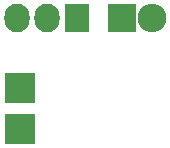
<source format=gbs>
%TF.GenerationSoftware,KiCad,Pcbnew,4.0.4+e1-6308~48~ubuntu16.04.1-stable*%
%TF.CreationDate,2016-10-26T09:32:56-07:00*%
%TF.ProjectId,AT42QT1012-TSHR,415434325154313031322D545348522E,rev?*%
%TF.FileFunction,Soldermask,Bot*%
%FSLAX46Y46*%
G04 Gerber Fmt 4.6, Leading zero omitted, Abs format (unit mm)*
G04 Created by KiCad (PCBNEW 4.0.4+e1-6308~48~ubuntu16.04.1-stable) date Wed Oct 26 09:32:56 2016*
%MOMM*%
%LPD*%
G01*
G04 APERTURE LIST*
%ADD10C,0.050000*%
%ADD11R,2.432000X2.432000*%
%ADD12O,2.432000X2.432000*%
%ADD13R,2.635200X2.635200*%
%ADD14R,2.127200X2.432000*%
%ADD15O,2.127200X2.432000*%
G04 APERTURE END LIST*
D10*
D11*
X149110000Y-101100000D03*
D12*
X151650000Y-101100000D03*
D13*
X140500000Y-110500000D03*
X140500000Y-107000000D03*
D14*
X145300000Y-101100000D03*
D15*
X142760000Y-101100000D03*
X140220000Y-101100000D03*
M02*

</source>
